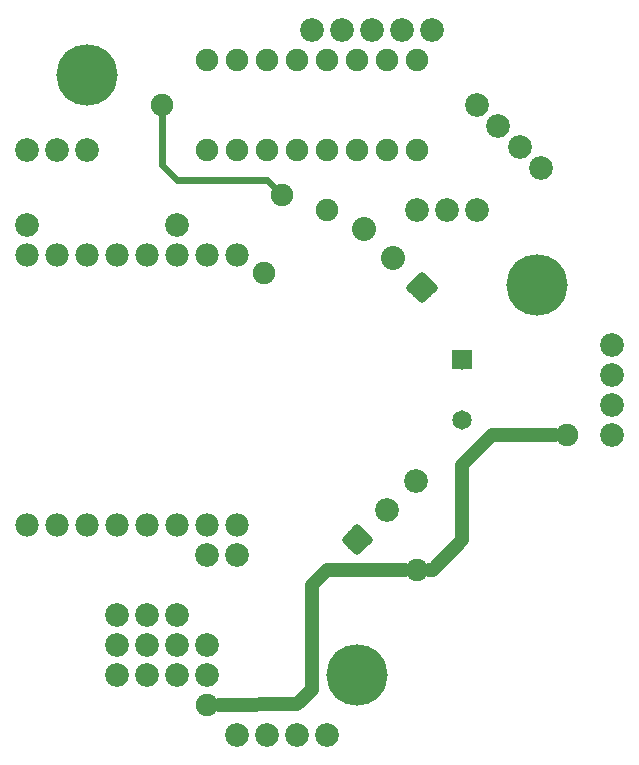
<source format=gtl>
G04 MADE WITH FRITZING*
G04 WWW.FRITZING.ORG*
G04 DOUBLE SIDED*
G04 HOLES PLATED*
G04 CONTOUR ON CENTER OF CONTOUR VECTOR*
%ASAXBY*%
%FSLAX23Y23*%
%MOIN*%
%OFA0B0*%
%SFA1.0B1.0*%
%ADD10C,0.204725*%
%ADD11C,0.075433*%
%ADD12C,0.077778*%
%ADD13C,0.079370*%
%ADD14C,0.080000*%
%ADD15C,0.074803*%
%ADD16C,0.075000*%
%ADD17C,0.065000*%
%ADD18C,0.048000*%
%ADD19C,0.024000*%
%ADD20C,0.020000*%
%ADD21R,0.001000X0.001000*%
%LNCOPPER1*%
G90*
G70*
G54D10*
X1607Y400D03*
X2207Y1700D03*
X707Y2400D03*
G54D11*
X1807Y750D03*
X2307Y1200D03*
X1107Y300D03*
X1357Y2000D03*
X957Y2300D03*
G54D12*
X1207Y1800D03*
X1107Y1800D03*
X1007Y1800D03*
X907Y1800D03*
X807Y1800D03*
X707Y1800D03*
X607Y1800D03*
X507Y1800D03*
X507Y900D03*
X607Y900D03*
X707Y900D03*
X807Y900D03*
X907Y900D03*
X1007Y900D03*
X1107Y900D03*
X1207Y900D03*
G54D13*
X1607Y850D03*
X1705Y948D03*
X1802Y1045D03*
G54D14*
X1824Y1691D03*
X1726Y1788D03*
X1629Y1886D03*
G54D13*
X1857Y2550D03*
X1757Y2550D03*
X1657Y2550D03*
X1557Y2550D03*
X1457Y2550D03*
X1007Y600D03*
X907Y600D03*
X1507Y200D03*
X1407Y200D03*
X1307Y200D03*
X1207Y200D03*
X2457Y1500D03*
X2457Y1400D03*
X2457Y1300D03*
X2457Y1200D03*
X2007Y2300D03*
X2078Y2230D03*
X2149Y2159D03*
X2220Y2088D03*
X1107Y400D03*
X1007Y400D03*
X907Y400D03*
X807Y400D03*
X2007Y1950D03*
X1907Y1950D03*
X1807Y1950D03*
X507Y2150D03*
X607Y2150D03*
X707Y2150D03*
X507Y1900D03*
X807Y500D03*
X907Y500D03*
X1007Y500D03*
X1107Y500D03*
X1007Y1900D03*
X807Y600D03*
X1207Y800D03*
X1107Y800D03*
G54D15*
X1807Y2450D03*
X1707Y2450D03*
X1107Y2450D03*
X1207Y2450D03*
X1307Y2450D03*
X1407Y2450D03*
X1507Y2450D03*
X1607Y2450D03*
X1807Y2150D03*
X1707Y2150D03*
X1107Y2150D03*
X1207Y2150D03*
X1307Y2150D03*
X1407Y2150D03*
X1507Y2150D03*
X1607Y2150D03*
G54D16*
X1507Y1950D03*
X1295Y1738D03*
G54D17*
X1957Y1250D03*
X1957Y1450D03*
X1957Y1250D03*
X1957Y1450D03*
G54D18*
X1958Y1099D02*
X1958Y851D01*
D02*
X1958Y851D02*
X1859Y749D01*
D02*
X1859Y749D02*
X1847Y749D01*
D02*
X2056Y1201D02*
X1958Y1099D01*
D02*
X2267Y1200D02*
X2056Y1201D01*
D02*
X1456Y351D02*
X1407Y302D01*
D02*
X1456Y701D02*
X1456Y351D01*
D02*
X1407Y302D02*
X1147Y300D01*
D02*
X1506Y750D02*
X1456Y701D01*
D02*
X1767Y750D02*
X1506Y750D01*
G54D19*
D02*
X958Y2101D02*
X1008Y2051D01*
D02*
X1008Y2051D02*
X1307Y2051D01*
D02*
X1307Y2051D02*
X1337Y2021D01*
D02*
X958Y2271D02*
X958Y2101D01*
G54D20*
X1565Y850D02*
X1607Y892D01*
X1649Y850D01*
X1607Y808D01*
X1565Y850D01*
D02*
X1824Y1648D02*
X1781Y1691D01*
X1824Y1733D01*
X1866Y1691D01*
X1824Y1648D01*
D02*
G54D21*
X1924Y1483D02*
X1988Y1483D01*
X1924Y1482D02*
X1988Y1482D01*
X1924Y1481D02*
X1988Y1481D01*
X1924Y1480D02*
X1988Y1480D01*
X1924Y1479D02*
X1988Y1479D01*
X1924Y1478D02*
X1988Y1478D01*
X1924Y1477D02*
X1988Y1477D01*
X1924Y1476D02*
X1988Y1476D01*
X1924Y1475D02*
X1988Y1475D01*
X1924Y1474D02*
X1988Y1474D01*
X1924Y1473D02*
X1988Y1473D01*
X1924Y1472D02*
X1988Y1472D01*
X1924Y1471D02*
X1988Y1471D01*
X1924Y1470D02*
X1988Y1470D01*
X1924Y1469D02*
X1988Y1469D01*
X1924Y1468D02*
X1988Y1468D01*
X1924Y1467D02*
X1988Y1467D01*
X1924Y1466D02*
X1988Y1466D01*
X1924Y1465D02*
X1988Y1465D01*
X1924Y1464D02*
X1951Y1464D01*
X1962Y1464D02*
X1988Y1464D01*
X1924Y1463D02*
X1949Y1463D01*
X1964Y1463D02*
X1988Y1463D01*
X1924Y1462D02*
X1947Y1462D01*
X1965Y1462D02*
X1988Y1462D01*
X1924Y1461D02*
X1946Y1461D01*
X1966Y1461D02*
X1988Y1461D01*
X1924Y1460D02*
X1945Y1460D01*
X1967Y1460D02*
X1988Y1460D01*
X1924Y1459D02*
X1944Y1459D01*
X1968Y1459D02*
X1988Y1459D01*
X1924Y1458D02*
X1944Y1458D01*
X1969Y1458D02*
X1988Y1458D01*
X1924Y1457D02*
X1943Y1457D01*
X1969Y1457D02*
X1988Y1457D01*
X1924Y1456D02*
X1943Y1456D01*
X1970Y1456D02*
X1988Y1456D01*
X1924Y1455D02*
X1943Y1455D01*
X1970Y1455D02*
X1988Y1455D01*
X1924Y1454D02*
X1942Y1454D01*
X1970Y1454D02*
X1988Y1454D01*
X1924Y1453D02*
X1942Y1453D01*
X1970Y1453D02*
X1988Y1453D01*
X1924Y1452D02*
X1942Y1452D01*
X1970Y1452D02*
X1988Y1452D01*
X1924Y1451D02*
X1942Y1451D01*
X1971Y1451D02*
X1988Y1451D01*
X1924Y1450D02*
X1942Y1450D01*
X1970Y1450D02*
X1988Y1450D01*
X1924Y1449D02*
X1942Y1449D01*
X1970Y1449D02*
X1988Y1449D01*
X1924Y1448D02*
X1942Y1448D01*
X1970Y1448D02*
X1988Y1448D01*
X1924Y1447D02*
X1943Y1447D01*
X1970Y1447D02*
X1988Y1447D01*
X1924Y1446D02*
X1943Y1446D01*
X1969Y1446D02*
X1988Y1446D01*
X1924Y1445D02*
X1944Y1445D01*
X1969Y1445D02*
X1988Y1445D01*
X1924Y1444D02*
X1944Y1444D01*
X1968Y1444D02*
X1988Y1444D01*
X1924Y1443D02*
X1945Y1443D01*
X1968Y1443D02*
X1988Y1443D01*
X1924Y1442D02*
X1946Y1442D01*
X1967Y1442D02*
X1988Y1442D01*
X1924Y1441D02*
X1947Y1441D01*
X1966Y1441D02*
X1988Y1441D01*
X1924Y1440D02*
X1948Y1440D01*
X1965Y1440D02*
X1988Y1440D01*
X1924Y1439D02*
X1950Y1439D01*
X1963Y1439D02*
X1988Y1439D01*
X1924Y1438D02*
X1952Y1438D01*
X1960Y1438D02*
X1988Y1438D01*
X1924Y1437D02*
X1988Y1437D01*
X1924Y1436D02*
X1988Y1436D01*
X1924Y1435D02*
X1988Y1435D01*
X1924Y1434D02*
X1988Y1434D01*
X1924Y1433D02*
X1988Y1433D01*
X1924Y1432D02*
X1988Y1432D01*
X1924Y1431D02*
X1988Y1431D01*
X1924Y1430D02*
X1988Y1430D01*
X1924Y1429D02*
X1988Y1429D01*
X1924Y1428D02*
X1988Y1428D01*
X1924Y1427D02*
X1988Y1427D01*
X1924Y1426D02*
X1988Y1426D01*
X1924Y1425D02*
X1988Y1425D01*
X1924Y1424D02*
X1988Y1424D01*
X1924Y1423D02*
X1988Y1423D01*
X1924Y1422D02*
X1988Y1422D01*
X1924Y1421D02*
X1988Y1421D01*
X1924Y1420D02*
X1988Y1420D01*
X1924Y1419D02*
X1988Y1419D01*
D02*
G04 End of Copper1*
M02*
</source>
